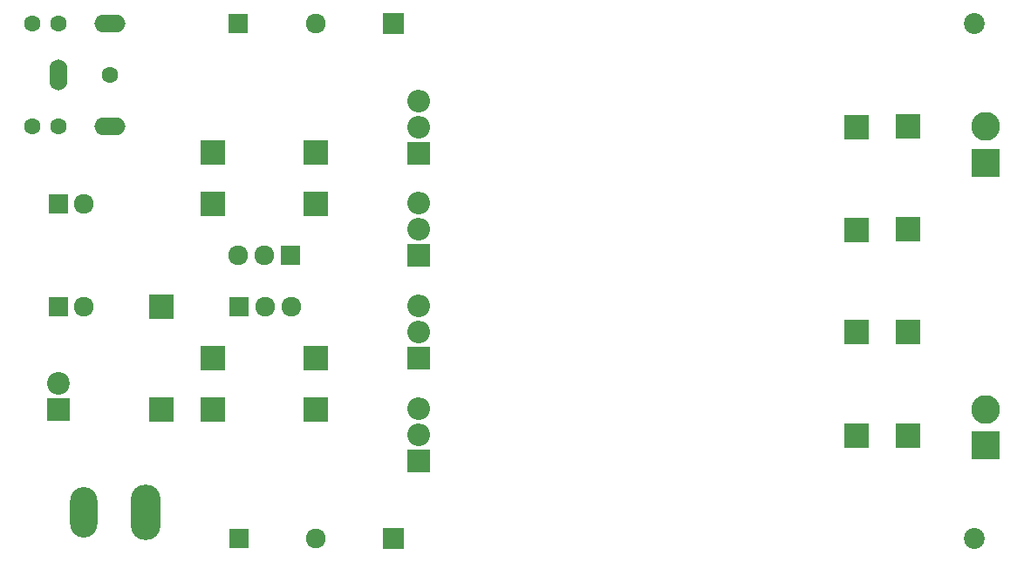
<source format=gbs>
G04 #@! TF.FileFunction,Soldermask,Bot*
%FSLAX46Y46*%
G04 Gerber Fmt 4.6, Leading zero omitted, Abs format (unit mm)*
G04 Created by KiCad (PCBNEW 4.0.7+dfsg1-1ubuntu2) date Mon Aug  5 22:46:18 2019*
%MOMM*%
%LPD*%
G01*
G04 APERTURE LIST*
%ADD10C,0.100000*%
%ADD11R,1.924000X1.924000*%
%ADD12C,1.924000*%
%ADD13R,2.200000X2.200000*%
%ADD14C,2.200000*%
%ADD15O,1.708000X3.016000*%
%ADD16O,3.016000X1.708000*%
%ADD17C,1.600000*%
%ADD18O,2.900000X5.400000*%
%ADD19O,2.650000X4.900000*%
%ADD20C,2.800000*%
%ADD21R,2.800000X2.800000*%
%ADD22C,1.920000*%
%ADD23R,1.920000X1.920000*%
%ADD24O,2.200000X2.200000*%
%ADD25R,2.398980X2.398980*%
%ADD26R,2.025600X2.025600*%
%ADD27C,2.025600*%
G04 APERTURE END LIST*
D10*
D11*
X4985400Y-40000000D03*
D12*
X7500000Y-40000000D03*
D11*
X22500000Y-62500000D03*
D12*
X30018400Y-62500000D03*
D11*
X4985400Y-30000000D03*
D12*
X7500000Y-30000000D03*
D11*
X22481600Y-12500000D03*
D12*
X30000000Y-12500000D03*
D13*
X5000000Y-50000000D03*
D14*
X5000000Y-47460000D03*
D15*
X5000000Y-17500000D03*
D16*
X10000000Y-22500000D03*
X10000000Y-12500000D03*
D17*
X2500000Y-12500000D03*
X5000000Y-12500000D03*
X10000000Y-17500000D03*
X2500000Y-22500000D03*
X5000000Y-22500000D03*
D18*
X13500000Y-60000000D03*
D19*
X7500000Y-60000000D03*
D20*
X95000000Y-50000000D03*
D21*
X95000000Y-53500000D03*
D20*
X95000000Y-22500000D03*
D21*
X95000000Y-26000000D03*
D22*
X25040000Y-40000000D03*
X27580000Y-40000000D03*
D23*
X22500000Y-40000000D03*
D13*
X40000000Y-45000000D03*
D24*
X40000000Y-42460000D03*
X40000000Y-39920000D03*
D13*
X40000000Y-55000000D03*
D24*
X40000000Y-52460000D03*
X40000000Y-49920000D03*
D22*
X24960000Y-35000000D03*
X22420000Y-35000000D03*
D23*
X27500000Y-35000000D03*
D13*
X40000000Y-35040000D03*
D24*
X40000000Y-32500000D03*
X40000000Y-29960000D03*
D13*
X40000000Y-25080000D03*
D24*
X40000000Y-22540000D03*
X40000000Y-20000000D03*
D25*
X82500000Y-52500000D03*
X82500000Y-42497480D03*
X19997480Y-50000000D03*
X30000000Y-50000000D03*
X87500000Y-52500000D03*
X87500000Y-42497480D03*
X19998740Y-45000000D03*
X30001260Y-45000000D03*
D26*
X37500000Y-62500000D03*
D27*
X93888000Y-62500000D03*
D25*
X82500000Y-22585740D03*
X82500000Y-32588260D03*
X19998740Y-25000000D03*
X30001260Y-25000000D03*
X87500000Y-22498740D03*
X87500000Y-32501260D03*
X19997480Y-30000000D03*
X30000000Y-30000000D03*
D26*
X37500000Y-12500000D03*
D27*
X93888000Y-12500000D03*
D25*
X15000000Y-39998740D03*
X15000000Y-50001260D03*
M02*

</source>
